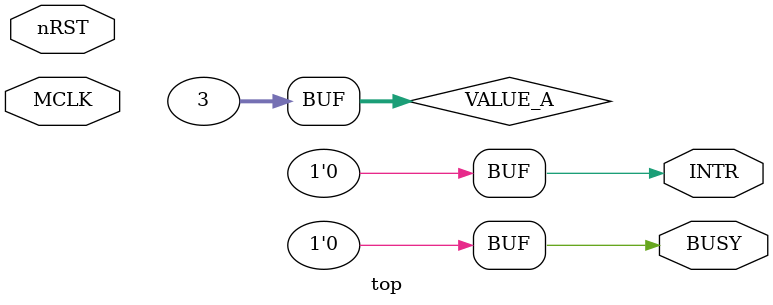
<source format=v>
module top (
	input							MCLK,			// clock
	input							nRST,			// reset (active low)
	output							BUSY,			// processor is busy
	output							INTR			// interrupt signal
);

// definition & assignment ---------------------------------------------------
assign	BUSY	= 0;
assign	INTR	= 0;

wire	[31:0]	VALUE_A	= 3;	// assigned
wire	[31:0]	VALUE_B;		// un-assigned (random variable)

// implementation ------------------------------------------------------------

endmodule

</source>
